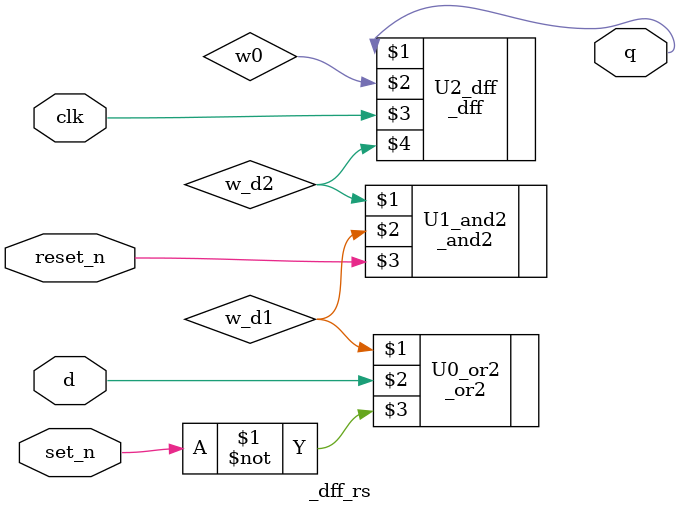
<source format=v>
module _dff_rs(q, clk, set_n, reset_n, d);	//set/resetable D Flip-Flop
	input clk, set_n, reset_n, d;
	output q;
	
	wire w_d1, w_d2;
	
	_or2 U0_or2(w_d1, d, ~set_n);		//if set_n is 0, output is 1
	_and2 U1_and2(w_d2, w_d1, reset_n);		//if reset is 0, output is 0
	_dff U2_dff(q, w0, clk, w_d2);		//D Flip-Flo
	

endmodule

</source>
